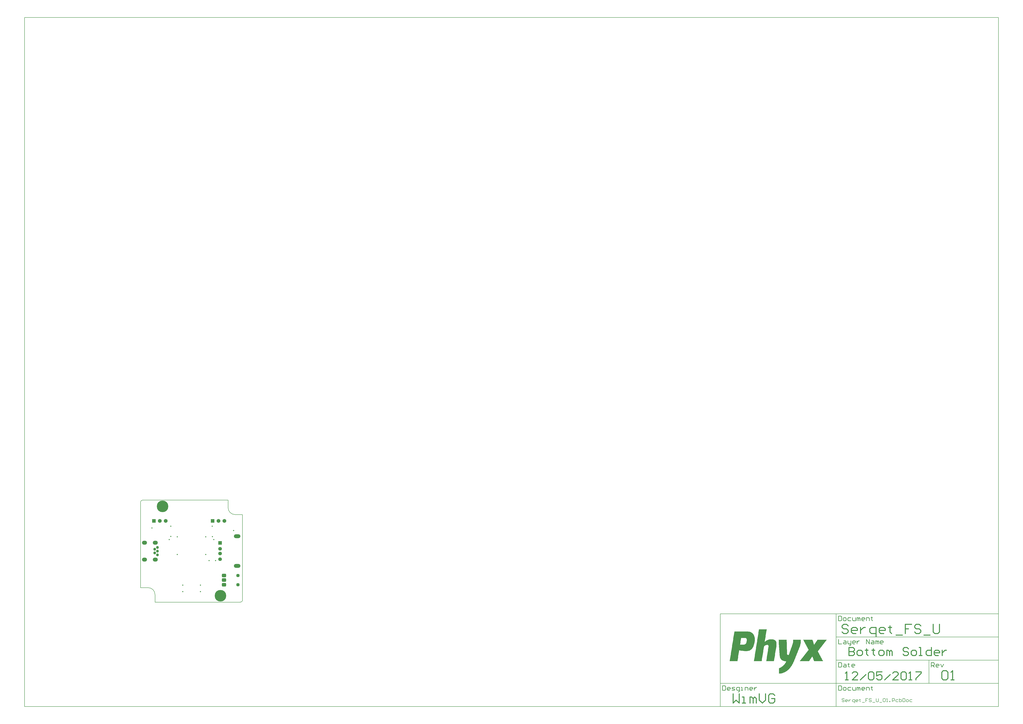
<source format=gbs>
G04 Layer_Color=16711935*
%FSLAX25Y25*%
%MOIN*%
G70*
G01*
G75*
%ADD10C,0.00787*%
%ADD21C,0.01575*%
%ADD22C,0.00591*%
%ADD23C,0.00984*%
%ADD44C,0.19685*%
%ADD45R,0.06496X0.06496*%
%ADD46C,0.06496*%
%ADD47O,0.04591X0.04921*%
%ADD48O,0.08591X0.06591*%
%ADD49O,0.11220X0.06496*%
%ADD50C,0.06181*%
%ADD51R,0.06181X0.06181*%
%ADD52C,0.05709*%
G04:AMPARAMS|DCode=53|XSize=72.83mil|YSize=61.02mil|CornerRadius=16.73mil|HoleSize=0mil|Usage=FLASHONLY|Rotation=180.000|XOffset=0mil|YOffset=0mil|HoleType=Round|Shape=RoundedRectangle|*
%AMROUNDEDRECTD53*
21,1,0.07283,0.02756,0,0,180.0*
21,1,0.03937,0.06102,0,0,180.0*
1,1,0.03347,-0.01968,0.01378*
1,1,0.03347,0.01968,0.01378*
1,1,0.03347,0.01968,-0.01378*
1,1,0.03347,-0.01968,-0.01378*
%
%ADD53ROUNDEDRECTD53*%
%ADD54C,0.01968*%
G36*
X1034465Y-150646D02*
Y-150933D01*
Y-151219D01*
Y-151505D01*
Y-151791D01*
Y-152078D01*
Y-152364D01*
Y-152650D01*
Y-152937D01*
Y-153223D01*
Y-153509D01*
Y-153796D01*
Y-154082D01*
Y-154368D01*
Y-154655D01*
Y-154941D01*
Y-155227D01*
Y-155514D01*
Y-155800D01*
Y-156086D01*
Y-156372D01*
X1034179D01*
Y-156659D01*
Y-156945D01*
Y-157231D01*
Y-157518D01*
Y-157804D01*
X1033893D01*
Y-158090D01*
Y-158377D01*
Y-158663D01*
Y-158949D01*
X1033607D01*
Y-159236D01*
Y-159522D01*
Y-159808D01*
Y-160094D01*
X1033320D01*
Y-160381D01*
Y-160667D01*
Y-160953D01*
X1033034D01*
Y-161240D01*
Y-161526D01*
Y-161812D01*
X1032747D01*
Y-162099D01*
Y-162385D01*
Y-162671D01*
X1032461D01*
Y-162958D01*
Y-163244D01*
Y-163530D01*
X1032175D01*
Y-163816D01*
Y-164103D01*
X1031889D01*
Y-164389D01*
Y-164675D01*
X1031602D01*
Y-164962D01*
Y-165248D01*
Y-165534D01*
X1031316D01*
Y-165821D01*
Y-166107D01*
X1031030D01*
Y-166393D01*
Y-166680D01*
Y-166966D01*
X1030743D01*
Y-167252D01*
Y-167539D01*
X1030457D01*
Y-167825D01*
Y-168111D01*
Y-168398D01*
X1030171D01*
Y-168684D01*
Y-168970D01*
X1029884D01*
Y-169256D01*
Y-169543D01*
Y-169829D01*
X1029598D01*
Y-170115D01*
Y-170402D01*
X1029312D01*
Y-170688D01*
Y-170974D01*
Y-171261D01*
X1029025D01*
Y-171547D01*
Y-171833D01*
X1028739D01*
Y-172120D01*
Y-172406D01*
Y-172692D01*
X1028453D01*
Y-172978D01*
Y-173265D01*
X1028166D01*
Y-173551D01*
Y-173837D01*
Y-174124D01*
X1027880D01*
Y-174410D01*
Y-174696D01*
X1027594D01*
Y-174983D01*
Y-175269D01*
Y-175555D01*
X1027308D01*
Y-175842D01*
Y-176128D01*
X1027021D01*
Y-176414D01*
Y-176701D01*
Y-176987D01*
X1026735D01*
Y-177273D01*
Y-177560D01*
X1026449D01*
Y-177846D01*
Y-178132D01*
Y-178419D01*
X1026162D01*
Y-178705D01*
Y-178991D01*
X1025876D01*
Y-179277D01*
Y-179564D01*
Y-179850D01*
X1025590D01*
Y-180136D01*
Y-180423D01*
X1025303D01*
Y-180709D01*
Y-180995D01*
Y-181282D01*
X1025017D01*
Y-181568D01*
Y-181854D01*
X1024731D01*
Y-182141D01*
Y-182427D01*
Y-182713D01*
X1024444D01*
Y-183000D01*
Y-183286D01*
X1024158D01*
Y-183572D01*
Y-183858D01*
Y-184145D01*
X1023872D01*
Y-184431D01*
Y-184717D01*
X1023586D01*
Y-185004D01*
Y-185290D01*
Y-185576D01*
X1023299D01*
Y-185863D01*
Y-186149D01*
X1023013D01*
Y-186435D01*
Y-186722D01*
Y-187008D01*
X1022727D01*
Y-187294D01*
Y-187581D01*
X1022440D01*
Y-187867D01*
Y-188153D01*
X1022154D01*
Y-188439D01*
Y-188726D01*
X1021868D01*
Y-189012D01*
Y-189298D01*
Y-189585D01*
X1021581D01*
Y-189871D01*
X1021295D01*
Y-190157D01*
Y-190444D01*
Y-190730D01*
X1021009D01*
Y-191016D01*
X1020722D01*
Y-191303D01*
Y-191589D01*
X1020436D01*
Y-191875D01*
Y-192162D01*
X1020150D01*
Y-192448D01*
Y-192734D01*
X1019864D01*
Y-193020D01*
Y-193307D01*
X1019577D01*
Y-193593D01*
X1019291D01*
Y-193879D01*
Y-194166D01*
X1019005D01*
Y-194452D01*
Y-194738D01*
X1018718D01*
Y-195025D01*
X1018432D01*
Y-195311D01*
X1018146D01*
Y-195597D01*
Y-195884D01*
X1017859D01*
Y-196170D01*
X1017573D01*
Y-196456D01*
Y-196742D01*
X1017287D01*
Y-197029D01*
X1017000D01*
Y-197315D01*
X1016714D01*
Y-197601D01*
Y-197888D01*
X1016428D01*
Y-198174D01*
X1016141D01*
Y-198460D01*
X1015855D01*
Y-198747D01*
X1015569D01*
Y-199033D01*
X1015283D01*
Y-199319D01*
Y-199606D01*
X1014996D01*
Y-199892D01*
X1014710D01*
Y-200178D01*
X1014423D01*
Y-200465D01*
X1014137D01*
Y-200751D01*
X1013851D01*
Y-201037D01*
X1013565D01*
Y-201324D01*
X1013278D01*
Y-201610D01*
X1012706D01*
Y-201896D01*
X1012419D01*
Y-202183D01*
X1012133D01*
Y-202469D01*
X1011847D01*
Y-202755D01*
X1011560D01*
Y-203041D01*
X1010988D01*
Y-203328D01*
X1010701D01*
Y-203614D01*
X1010129D01*
Y-203900D01*
X1009842D01*
Y-204187D01*
X1009270D01*
Y-204473D01*
X1008984D01*
Y-204759D01*
X1008411D01*
Y-205046D01*
X1007838D01*
Y-205332D01*
X1007266D01*
Y-205618D01*
X1006693D01*
Y-205905D01*
X1006120D01*
Y-206191D01*
X1005262D01*
Y-206477D01*
X1004689D01*
Y-206764D01*
X1003830D01*
Y-207050D01*
X1002685D01*
Y-207336D01*
X1001539D01*
Y-207622D01*
X999822D01*
Y-207909D01*
X997817D01*
Y-208195D01*
X997531D01*
Y-207909D01*
Y-207622D01*
Y-207336D01*
Y-207050D01*
Y-206764D01*
Y-206477D01*
Y-206191D01*
Y-205905D01*
Y-205618D01*
Y-205332D01*
Y-205046D01*
Y-204759D01*
Y-204473D01*
Y-204187D01*
Y-203900D01*
Y-203614D01*
Y-203328D01*
Y-203041D01*
Y-202755D01*
Y-202469D01*
Y-202183D01*
Y-201896D01*
Y-201610D01*
Y-201324D01*
Y-201037D01*
Y-200751D01*
Y-200465D01*
Y-200178D01*
Y-199892D01*
Y-199606D01*
Y-199319D01*
Y-199033D01*
Y-198747D01*
X998104D01*
Y-198460D01*
X998676D01*
Y-198174D01*
X999249D01*
Y-197888D01*
X999822D01*
Y-197601D01*
X1000394D01*
Y-197315D01*
X1000967D01*
Y-197029D01*
X1001253D01*
Y-196742D01*
X1001826D01*
Y-196456D01*
X1002112D01*
Y-196170D01*
X1002685D01*
Y-195884D01*
X1002971D01*
Y-195597D01*
X1003257D01*
Y-195311D01*
X1003830D01*
Y-195025D01*
X1004116D01*
Y-194738D01*
X1004403D01*
Y-194452D01*
X1004689D01*
Y-194166D01*
X1004975D01*
Y-193879D01*
X1005262D01*
Y-193593D01*
X1005548D01*
Y-193307D01*
X1005834D01*
Y-193020D01*
X1006120D01*
Y-192734D01*
X1006407D01*
Y-192448D01*
X1006693D01*
Y-192162D01*
X1006979D01*
Y-191875D01*
Y-191589D01*
X1007266D01*
Y-191303D01*
X1007552D01*
Y-191016D01*
X1007838D01*
Y-190730D01*
Y-190444D01*
X1008125D01*
Y-190157D01*
X1008411D01*
Y-189871D01*
Y-189585D01*
X1008697D01*
Y-189298D01*
Y-189012D01*
X1008984D01*
Y-188726D01*
X1009270D01*
Y-188439D01*
Y-188153D01*
X1009556D01*
Y-187867D01*
Y-187581D01*
X1009842D01*
Y-187294D01*
Y-187008D01*
X1008125D01*
Y-186722D01*
X1006120D01*
Y-186435D01*
X1004975D01*
Y-186149D01*
X1004403D01*
Y-185863D01*
X1003544D01*
Y-185576D01*
X1002971D01*
Y-185290D01*
X1002685D01*
Y-185004D01*
X1002112D01*
Y-184717D01*
X1001826D01*
Y-184431D01*
X1001539D01*
Y-184145D01*
X1001253D01*
Y-183858D01*
X1000967D01*
Y-183572D01*
X1000681D01*
Y-183286D01*
Y-183000D01*
X1000394D01*
Y-182713D01*
X1000108D01*
Y-182427D01*
Y-182141D01*
X999822D01*
Y-181854D01*
Y-181568D01*
X999535D01*
Y-181282D01*
Y-180995D01*
X999249D01*
Y-180709D01*
Y-180423D01*
Y-180136D01*
X998963D01*
Y-179850D01*
Y-179564D01*
Y-179277D01*
Y-178991D01*
X998676D01*
Y-178705D01*
Y-178419D01*
Y-178132D01*
Y-177846D01*
Y-177560D01*
Y-177273D01*
Y-176987D01*
X998390D01*
Y-176701D01*
Y-176414D01*
Y-176128D01*
Y-175842D01*
Y-175555D01*
Y-175269D01*
Y-174983D01*
Y-174696D01*
Y-174410D01*
Y-174124D01*
Y-173837D01*
Y-173551D01*
Y-173265D01*
Y-172978D01*
Y-172692D01*
X998104D01*
Y-172406D01*
Y-172120D01*
Y-171833D01*
Y-171547D01*
Y-171261D01*
Y-170974D01*
Y-170688D01*
Y-170402D01*
Y-170115D01*
Y-169829D01*
Y-169543D01*
Y-169256D01*
Y-168970D01*
Y-168684D01*
Y-168398D01*
X997817D01*
Y-168111D01*
Y-167825D01*
Y-167539D01*
Y-167252D01*
Y-166966D01*
Y-166680D01*
Y-166393D01*
Y-166107D01*
Y-165821D01*
Y-165534D01*
Y-165248D01*
Y-164962D01*
Y-164675D01*
Y-164389D01*
Y-164103D01*
Y-163816D01*
X997531D01*
Y-163530D01*
Y-163244D01*
Y-162958D01*
Y-162671D01*
Y-162385D01*
Y-162099D01*
Y-161812D01*
Y-161526D01*
Y-161240D01*
Y-160953D01*
Y-160667D01*
Y-160381D01*
Y-160094D01*
Y-159808D01*
Y-159522D01*
Y-159236D01*
X997245D01*
Y-158949D01*
Y-158663D01*
Y-158377D01*
Y-158090D01*
Y-157804D01*
Y-157518D01*
Y-157231D01*
Y-156945D01*
Y-156659D01*
Y-156372D01*
Y-156086D01*
Y-155800D01*
Y-155514D01*
Y-155227D01*
X996958D01*
Y-154941D01*
Y-154655D01*
Y-154368D01*
Y-154082D01*
Y-153796D01*
Y-153509D01*
Y-153223D01*
Y-152937D01*
Y-152650D01*
Y-152364D01*
Y-152078D01*
Y-151791D01*
Y-151505D01*
Y-151219D01*
Y-150933D01*
Y-150646D01*
X996672D01*
Y-150360D01*
X1010415D01*
Y-150646D01*
Y-150933D01*
Y-151219D01*
Y-151505D01*
Y-151791D01*
Y-152078D01*
Y-152364D01*
Y-152650D01*
Y-152937D01*
Y-153223D01*
Y-153509D01*
Y-153796D01*
Y-154082D01*
Y-154368D01*
X1010701D01*
Y-154655D01*
Y-154941D01*
Y-155227D01*
Y-155514D01*
Y-155800D01*
Y-156086D01*
Y-156372D01*
Y-156659D01*
Y-156945D01*
Y-157231D01*
Y-157518D01*
Y-157804D01*
Y-158090D01*
Y-158377D01*
Y-158663D01*
Y-158949D01*
Y-159236D01*
Y-159522D01*
Y-159808D01*
Y-160094D01*
Y-160381D01*
Y-160667D01*
Y-160953D01*
Y-161240D01*
Y-161526D01*
Y-161812D01*
Y-162099D01*
Y-162385D01*
Y-162671D01*
Y-162958D01*
Y-163244D01*
Y-163530D01*
Y-163816D01*
Y-164103D01*
Y-164389D01*
Y-164675D01*
Y-164962D01*
Y-165248D01*
Y-165534D01*
Y-165821D01*
Y-166107D01*
X1010988D01*
Y-166393D01*
X1010701D01*
Y-166680D01*
Y-166966D01*
X1010988D01*
Y-167252D01*
Y-167539D01*
Y-167825D01*
Y-168111D01*
Y-168398D01*
Y-168684D01*
Y-168970D01*
Y-169256D01*
Y-169543D01*
Y-169829D01*
Y-170115D01*
Y-170402D01*
Y-170688D01*
Y-170974D01*
Y-171261D01*
Y-171547D01*
Y-171833D01*
Y-172120D01*
Y-172406D01*
Y-172692D01*
Y-172978D01*
Y-173265D01*
Y-173551D01*
Y-173837D01*
Y-174124D01*
Y-174410D01*
X1011274D01*
Y-174696D01*
Y-174983D01*
Y-175269D01*
X1011560D01*
Y-175555D01*
X1011847D01*
Y-175842D01*
X1012133D01*
Y-176128D01*
X1012992D01*
Y-176414D01*
X1013851D01*
Y-176128D01*
X1014137D01*
Y-175842D01*
Y-175555D01*
Y-175269D01*
X1014423D01*
Y-174983D01*
Y-174696D01*
X1014710D01*
Y-174410D01*
Y-174124D01*
Y-173837D01*
X1014996D01*
Y-173551D01*
Y-173265D01*
Y-172978D01*
X1015283D01*
Y-172692D01*
Y-172406D01*
Y-172120D01*
X1015569D01*
Y-171833D01*
Y-171547D01*
Y-171261D01*
X1015855D01*
Y-170974D01*
Y-170688D01*
X1016141D01*
Y-170402D01*
Y-170115D01*
Y-169829D01*
X1016428D01*
Y-169543D01*
Y-169256D01*
Y-168970D01*
X1016714D01*
Y-168684D01*
Y-168398D01*
Y-168111D01*
X1017000D01*
Y-167825D01*
Y-167539D01*
X1017287D01*
Y-167252D01*
Y-166966D01*
Y-166680D01*
X1017573D01*
Y-166393D01*
Y-166107D01*
Y-165821D01*
X1017859D01*
Y-165534D01*
Y-165248D01*
Y-164962D01*
X1018146D01*
Y-164675D01*
Y-164389D01*
X1018432D01*
Y-164103D01*
Y-163816D01*
Y-163530D01*
X1018718D01*
Y-163244D01*
Y-162958D01*
Y-162671D01*
X1019005D01*
Y-162385D01*
Y-162099D01*
Y-161812D01*
X1019291D01*
Y-161526D01*
Y-161240D01*
X1019577D01*
Y-160953D01*
Y-160667D01*
Y-160381D01*
X1019864D01*
Y-160094D01*
Y-159808D01*
Y-159522D01*
X1020150D01*
Y-159236D01*
Y-158949D01*
Y-158663D01*
X1020436D01*
Y-158377D01*
Y-158090D01*
Y-157804D01*
Y-157518D01*
X1020722D01*
Y-157231D01*
Y-156945D01*
Y-156659D01*
Y-156372D01*
X1021009D01*
Y-156086D01*
Y-155800D01*
Y-155514D01*
Y-155227D01*
Y-154941D01*
X1021295D01*
Y-154655D01*
Y-154368D01*
Y-154082D01*
Y-153796D01*
Y-153509D01*
Y-153223D01*
X1021581D01*
Y-152937D01*
Y-152650D01*
Y-152364D01*
Y-152078D01*
Y-151791D01*
Y-151505D01*
Y-151219D01*
Y-150933D01*
Y-150646D01*
Y-150360D01*
X1034465D01*
Y-150646D01*
D02*
G37*
G36*
X976630Y-133181D02*
Y-133467D01*
X976344D01*
Y-133754D01*
Y-134040D01*
Y-134326D01*
Y-134613D01*
Y-134899D01*
Y-135185D01*
X976058D01*
Y-135472D01*
Y-135758D01*
Y-136044D01*
Y-136330D01*
Y-136617D01*
Y-136903D01*
X975771D01*
Y-137189D01*
Y-137476D01*
Y-137762D01*
Y-138048D01*
Y-138335D01*
Y-138621D01*
Y-138907D01*
X975485D01*
Y-139194D01*
Y-139480D01*
Y-139766D01*
Y-140053D01*
Y-140339D01*
Y-140625D01*
X975199D01*
Y-140911D01*
Y-141198D01*
Y-141484D01*
Y-141771D01*
Y-142057D01*
Y-142343D01*
X974912D01*
Y-142629D01*
Y-142916D01*
Y-143202D01*
Y-143488D01*
Y-143775D01*
Y-144061D01*
Y-144347D01*
X974626D01*
Y-144634D01*
Y-144920D01*
Y-145206D01*
Y-145492D01*
Y-145779D01*
Y-146065D01*
X974340D01*
Y-146352D01*
Y-146638D01*
Y-146924D01*
Y-147210D01*
Y-147497D01*
Y-147783D01*
X974053D01*
Y-148069D01*
Y-148356D01*
Y-148642D01*
Y-148928D01*
Y-149215D01*
Y-149501D01*
X973767D01*
Y-149787D01*
Y-150074D01*
Y-150360D01*
Y-150646D01*
Y-150933D01*
Y-151219D01*
Y-151505D01*
X973481D01*
Y-151791D01*
Y-152078D01*
Y-152364D01*
Y-152650D01*
Y-152937D01*
Y-153223D01*
X973195D01*
Y-153509D01*
Y-153796D01*
X973767D01*
Y-153509D01*
X974053D01*
Y-153223D01*
X974340D01*
Y-152937D01*
X974912D01*
Y-152650D01*
X975199D01*
Y-152364D01*
X975485D01*
Y-152078D01*
X976058D01*
Y-151791D01*
X976630D01*
Y-151505D01*
X976917D01*
Y-151219D01*
X977489D01*
Y-150933D01*
X978348D01*
Y-150646D01*
X978921D01*
Y-150360D01*
X979780D01*
Y-150074D01*
X981211D01*
Y-149787D01*
X987510D01*
Y-150074D01*
X988655D01*
Y-150360D01*
X989514D01*
Y-150646D01*
X990087D01*
Y-150933D01*
X990373D01*
Y-151219D01*
X990946D01*
Y-151505D01*
X991232D01*
Y-151791D01*
X991518D01*
Y-152078D01*
X991805D01*
Y-152364D01*
X992091D01*
Y-152650D01*
Y-152937D01*
X992377D01*
Y-153223D01*
Y-153509D01*
X992664D01*
Y-153796D01*
Y-154082D01*
Y-154368D01*
X992950D01*
Y-154655D01*
Y-154941D01*
Y-155227D01*
Y-155514D01*
X993236D01*
Y-155800D01*
Y-156086D01*
Y-156372D01*
Y-156659D01*
Y-156945D01*
Y-157231D01*
Y-157518D01*
Y-157804D01*
Y-158090D01*
Y-158377D01*
Y-158663D01*
Y-158949D01*
Y-159236D01*
Y-159522D01*
Y-159808D01*
Y-160094D01*
Y-160381D01*
Y-160667D01*
X992950D01*
Y-160953D01*
Y-161240D01*
Y-161526D01*
Y-161812D01*
Y-162099D01*
Y-162385D01*
Y-162671D01*
X992664D01*
Y-162958D01*
Y-163244D01*
Y-163530D01*
Y-163816D01*
Y-164103D01*
Y-164389D01*
Y-164675D01*
X992377D01*
Y-164962D01*
Y-165248D01*
Y-165534D01*
Y-165821D01*
Y-166107D01*
Y-166393D01*
X992091D01*
Y-166680D01*
Y-166966D01*
Y-167252D01*
Y-167539D01*
Y-167825D01*
Y-168111D01*
X991805D01*
Y-168398D01*
Y-168684D01*
Y-168970D01*
Y-169256D01*
Y-169543D01*
Y-169829D01*
X991518D01*
Y-170115D01*
Y-170402D01*
Y-170688D01*
Y-170974D01*
Y-171261D01*
Y-171547D01*
Y-171833D01*
X991232D01*
Y-172120D01*
Y-172406D01*
Y-172692D01*
Y-172978D01*
Y-173265D01*
Y-173551D01*
X990946D01*
Y-173837D01*
Y-174124D01*
Y-174410D01*
Y-174696D01*
Y-174983D01*
Y-175269D01*
X990660D01*
Y-175555D01*
Y-175842D01*
Y-176128D01*
Y-176414D01*
Y-176701D01*
Y-176987D01*
Y-177273D01*
X990373D01*
Y-177560D01*
Y-177846D01*
Y-178132D01*
Y-178419D01*
Y-178705D01*
Y-178991D01*
X990087D01*
Y-179277D01*
Y-179564D01*
Y-179850D01*
Y-180136D01*
Y-180423D01*
Y-180709D01*
X989801D01*
Y-180995D01*
Y-181282D01*
Y-181568D01*
Y-181854D01*
Y-182141D01*
Y-182427D01*
X989514D01*
Y-182713D01*
Y-183000D01*
Y-183286D01*
Y-183572D01*
Y-183858D01*
Y-184145D01*
Y-184431D01*
X989228D01*
Y-184717D01*
Y-185004D01*
Y-185290D01*
Y-185576D01*
Y-185863D01*
Y-186149D01*
X988942D01*
Y-186435D01*
Y-186722D01*
X975771D01*
Y-186435D01*
Y-186149D01*
X976058D01*
Y-185863D01*
Y-185576D01*
Y-185290D01*
Y-185004D01*
Y-184717D01*
Y-184431D01*
X976344D01*
Y-184145D01*
Y-183858D01*
Y-183572D01*
Y-183286D01*
Y-183000D01*
Y-182713D01*
Y-182427D01*
X976630D01*
Y-182141D01*
Y-181854D01*
Y-181568D01*
Y-181282D01*
Y-180995D01*
Y-180709D01*
X976917D01*
Y-180423D01*
Y-180136D01*
Y-179850D01*
Y-179564D01*
Y-179277D01*
Y-178991D01*
X977203D01*
Y-178705D01*
Y-178419D01*
Y-178132D01*
Y-177846D01*
Y-177560D01*
Y-177273D01*
Y-176987D01*
X977489D01*
Y-176701D01*
Y-176414D01*
Y-176128D01*
Y-175842D01*
Y-175555D01*
Y-175269D01*
X977775D01*
Y-174983D01*
Y-174696D01*
Y-174410D01*
Y-174124D01*
Y-173837D01*
Y-173551D01*
Y-173265D01*
X978062D01*
Y-172978D01*
Y-172692D01*
Y-172406D01*
Y-172120D01*
Y-171833D01*
Y-171547D01*
X978348D01*
Y-171261D01*
Y-170974D01*
Y-170688D01*
Y-170402D01*
Y-170115D01*
Y-169829D01*
X978634D01*
Y-169543D01*
Y-169256D01*
Y-168970D01*
Y-168684D01*
Y-168398D01*
Y-168111D01*
X978921D01*
Y-167825D01*
Y-167539D01*
Y-167252D01*
Y-166966D01*
Y-166680D01*
Y-166393D01*
Y-166107D01*
X979207D01*
Y-165821D01*
Y-165534D01*
Y-165248D01*
Y-164962D01*
Y-164675D01*
Y-164389D01*
X979493D01*
Y-164103D01*
Y-163816D01*
Y-163530D01*
Y-163244D01*
Y-162958D01*
Y-162671D01*
Y-162385D01*
X979780D01*
Y-162099D01*
Y-161812D01*
Y-161526D01*
Y-161240D01*
Y-160953D01*
Y-160667D01*
X979493D01*
Y-160381D01*
Y-160094D01*
X979207D01*
Y-159808D01*
X978921D01*
Y-159522D01*
X978348D01*
Y-159236D01*
X976630D01*
Y-159522D01*
X975199D01*
Y-159808D01*
X974340D01*
Y-160094D01*
X973767D01*
Y-160381D01*
X973481D01*
Y-160667D01*
X972908D01*
Y-160953D01*
X972622D01*
Y-161240D01*
X972336D01*
Y-161526D01*
Y-161812D01*
X972049D01*
Y-162099D01*
Y-162385D01*
Y-162671D01*
X971763D01*
Y-162958D01*
Y-163244D01*
Y-163530D01*
Y-163816D01*
Y-164103D01*
Y-164389D01*
X971477D01*
Y-164675D01*
Y-164962D01*
Y-165248D01*
Y-165534D01*
Y-165821D01*
Y-166107D01*
Y-166393D01*
X971190D01*
Y-166680D01*
Y-166966D01*
Y-167252D01*
Y-167539D01*
Y-167825D01*
Y-168111D01*
X970904D01*
Y-168398D01*
Y-168684D01*
Y-168970D01*
Y-169256D01*
Y-169543D01*
Y-169829D01*
X970618D01*
Y-170115D01*
Y-170402D01*
Y-170688D01*
Y-170974D01*
Y-171261D01*
Y-171547D01*
X970331D01*
Y-171833D01*
Y-172120D01*
Y-172406D01*
Y-172692D01*
Y-172978D01*
Y-173265D01*
Y-173551D01*
X970045D01*
Y-173837D01*
Y-174124D01*
Y-174410D01*
Y-174696D01*
Y-174983D01*
Y-175269D01*
X969759D01*
Y-175555D01*
Y-175842D01*
Y-176128D01*
Y-176414D01*
Y-176701D01*
Y-176987D01*
X969472D01*
Y-177273D01*
Y-177560D01*
Y-177846D01*
Y-178132D01*
Y-178419D01*
Y-178705D01*
Y-178991D01*
X969186D01*
Y-179277D01*
Y-179564D01*
Y-179850D01*
Y-180136D01*
Y-180423D01*
Y-180709D01*
X968900D01*
Y-180995D01*
Y-181282D01*
Y-181568D01*
Y-181854D01*
Y-182141D01*
Y-182427D01*
X968614D01*
Y-182713D01*
Y-183000D01*
Y-183286D01*
Y-183572D01*
Y-183858D01*
Y-184145D01*
X968327D01*
Y-184431D01*
Y-184717D01*
Y-185004D01*
Y-185290D01*
Y-185576D01*
Y-185863D01*
Y-186149D01*
X968041D01*
Y-186435D01*
Y-186722D01*
X954870D01*
Y-186435D01*
Y-186149D01*
X955157D01*
Y-185863D01*
Y-185576D01*
Y-185290D01*
Y-185004D01*
Y-184717D01*
Y-184431D01*
Y-184145D01*
X955443D01*
Y-183858D01*
Y-183572D01*
Y-183286D01*
Y-183000D01*
Y-182713D01*
Y-182427D01*
X955729D01*
Y-182141D01*
Y-181854D01*
Y-181568D01*
Y-181282D01*
Y-180995D01*
Y-180709D01*
X956016D01*
Y-180423D01*
Y-180136D01*
Y-179850D01*
Y-179564D01*
Y-179277D01*
Y-178991D01*
Y-178705D01*
X956302D01*
Y-178419D01*
Y-178132D01*
Y-177846D01*
Y-177560D01*
Y-177273D01*
Y-176987D01*
X956588D01*
Y-176701D01*
Y-176414D01*
Y-176128D01*
Y-175842D01*
Y-175555D01*
Y-175269D01*
X956875D01*
Y-174983D01*
Y-174696D01*
Y-174410D01*
Y-174124D01*
Y-173837D01*
Y-173551D01*
X957161D01*
Y-173265D01*
Y-172978D01*
Y-172692D01*
Y-172406D01*
Y-172120D01*
Y-171833D01*
Y-171547D01*
X957447D01*
Y-171261D01*
Y-170974D01*
Y-170688D01*
Y-170402D01*
Y-170115D01*
Y-169829D01*
X957734D01*
Y-169543D01*
Y-169256D01*
Y-168970D01*
Y-168684D01*
Y-168398D01*
Y-168111D01*
X958020D01*
Y-167825D01*
Y-167539D01*
Y-167252D01*
Y-166966D01*
Y-166680D01*
Y-166393D01*
Y-166107D01*
X958306D01*
Y-165821D01*
Y-165534D01*
Y-165248D01*
Y-164962D01*
Y-164675D01*
Y-164389D01*
X958593D01*
Y-164103D01*
Y-163816D01*
Y-163530D01*
Y-163244D01*
Y-162958D01*
Y-162671D01*
X958879D01*
Y-162385D01*
Y-162099D01*
Y-161812D01*
Y-161526D01*
Y-161240D01*
Y-160953D01*
X959165D01*
Y-160667D01*
Y-160381D01*
Y-160094D01*
Y-159808D01*
Y-159522D01*
Y-159236D01*
Y-158949D01*
X959451D01*
Y-158663D01*
Y-158377D01*
Y-158090D01*
Y-157804D01*
Y-157518D01*
Y-157231D01*
X959738D01*
Y-156945D01*
Y-156659D01*
Y-156372D01*
Y-156086D01*
Y-155800D01*
Y-155514D01*
X960024D01*
Y-155227D01*
Y-154941D01*
Y-154655D01*
Y-154368D01*
Y-154082D01*
Y-153796D01*
X960310D01*
Y-153509D01*
Y-153223D01*
Y-152937D01*
Y-152650D01*
Y-152364D01*
Y-152078D01*
Y-151791D01*
X960597D01*
Y-151505D01*
Y-151219D01*
Y-150933D01*
Y-150646D01*
Y-150360D01*
Y-150074D01*
X960883D01*
Y-149787D01*
Y-149501D01*
Y-149215D01*
Y-148928D01*
Y-148642D01*
Y-148356D01*
X961169D01*
Y-148069D01*
Y-147783D01*
Y-147497D01*
Y-147210D01*
Y-146924D01*
Y-146638D01*
Y-146352D01*
X961456D01*
Y-146065D01*
Y-145779D01*
Y-145492D01*
Y-145206D01*
Y-144920D01*
Y-144634D01*
X961742D01*
Y-144347D01*
Y-144061D01*
Y-143775D01*
Y-143488D01*
Y-143202D01*
Y-142916D01*
X962028D01*
Y-142629D01*
Y-142343D01*
Y-142057D01*
Y-141771D01*
Y-141484D01*
Y-141198D01*
X962315D01*
Y-140911D01*
Y-140625D01*
Y-140339D01*
Y-140053D01*
Y-139766D01*
Y-139480D01*
Y-139194D01*
X962601D01*
Y-138907D01*
Y-138621D01*
Y-138335D01*
Y-138048D01*
Y-137762D01*
Y-137476D01*
X962887D01*
Y-137189D01*
Y-136903D01*
Y-136617D01*
Y-136330D01*
Y-136044D01*
Y-135758D01*
X963173D01*
Y-135472D01*
Y-135185D01*
Y-134899D01*
Y-134613D01*
Y-134326D01*
Y-134040D01*
Y-133754D01*
X963460D01*
Y-133467D01*
Y-133181D01*
Y-132895D01*
X976630D01*
Y-133181D01*
D02*
G37*
G36*
X945422Y-136617D02*
X947140D01*
Y-136903D01*
X947999D01*
Y-137189D01*
X948858D01*
Y-137476D01*
X949717D01*
Y-137762D01*
X950289D01*
Y-138048D01*
X950576D01*
Y-138335D01*
X951148D01*
Y-138621D01*
X951435D01*
Y-138907D01*
X952007D01*
Y-139194D01*
X952294D01*
Y-139480D01*
X952580D01*
Y-139766D01*
X952866D01*
Y-140053D01*
X953153D01*
Y-140339D01*
X953439D01*
Y-140625D01*
X953725D01*
Y-140911D01*
Y-141198D01*
X954012D01*
Y-141484D01*
X954298D01*
Y-141771D01*
Y-142057D01*
X954584D01*
Y-142343D01*
X954870D01*
Y-142629D01*
Y-142916D01*
X955157D01*
Y-143202D01*
Y-143488D01*
Y-143775D01*
X955443D01*
Y-144061D01*
Y-144347D01*
Y-144634D01*
X955729D01*
Y-144920D01*
Y-145206D01*
Y-145492D01*
Y-145779D01*
X956016D01*
Y-146065D01*
Y-146352D01*
Y-146638D01*
Y-146924D01*
Y-147210D01*
X956302D01*
Y-147497D01*
Y-147783D01*
Y-148069D01*
Y-148356D01*
Y-148642D01*
Y-148928D01*
Y-149215D01*
Y-149501D01*
Y-149787D01*
Y-150074D01*
Y-150360D01*
Y-150646D01*
Y-150933D01*
Y-151219D01*
Y-151505D01*
Y-151791D01*
Y-152078D01*
Y-152364D01*
Y-152650D01*
Y-152937D01*
X956016D01*
Y-153223D01*
Y-153509D01*
Y-153796D01*
Y-154082D01*
Y-154368D01*
Y-154655D01*
Y-154941D01*
X955729D01*
Y-155227D01*
Y-155514D01*
Y-155800D01*
Y-156086D01*
Y-156372D01*
X955443D01*
Y-156659D01*
Y-156945D01*
Y-157231D01*
Y-157518D01*
Y-157804D01*
X955157D01*
Y-158090D01*
Y-158377D01*
Y-158663D01*
X954870D01*
Y-158949D01*
Y-159236D01*
Y-159522D01*
Y-159808D01*
X954584D01*
Y-160094D01*
Y-160381D01*
Y-160667D01*
X954298D01*
Y-160953D01*
Y-161240D01*
X954012D01*
Y-161526D01*
Y-161812D01*
Y-162099D01*
X953725D01*
Y-162385D01*
Y-162671D01*
X953439D01*
Y-162958D01*
Y-163244D01*
X953153D01*
Y-163530D01*
Y-163816D01*
X952866D01*
Y-164103D01*
X952580D01*
Y-164389D01*
Y-164675D01*
X952294D01*
Y-164962D01*
X952007D01*
Y-165248D01*
X951721D01*
Y-165534D01*
Y-165821D01*
X951435D01*
Y-166107D01*
X951148D01*
Y-166393D01*
X950862D01*
Y-166680D01*
X950576D01*
Y-166966D01*
X950289D01*
Y-167252D01*
X949717D01*
Y-167539D01*
X949430D01*
Y-167825D01*
X948858D01*
Y-168111D01*
X948572D01*
Y-168398D01*
X947999D01*
Y-168684D01*
X947140D01*
Y-168970D01*
X946281D01*
Y-169256D01*
X945422D01*
Y-169543D01*
X943704D01*
Y-169829D01*
X938551D01*
Y-169543D01*
X935974D01*
Y-169256D01*
X933970D01*
Y-168970D01*
X932538D01*
Y-168684D01*
X931106D01*
Y-168398D01*
X929675D01*
Y-168684D01*
Y-168970D01*
Y-169256D01*
Y-169543D01*
Y-169829D01*
Y-170115D01*
Y-170402D01*
X929389D01*
Y-170688D01*
Y-170974D01*
Y-171261D01*
Y-171547D01*
Y-171833D01*
Y-172120D01*
X929102D01*
Y-172406D01*
Y-172692D01*
Y-172978D01*
Y-173265D01*
Y-173551D01*
Y-173837D01*
X928816D01*
Y-174124D01*
Y-174410D01*
Y-174696D01*
Y-174983D01*
Y-175269D01*
Y-175555D01*
Y-175842D01*
X928530D01*
Y-176128D01*
Y-176414D01*
Y-176701D01*
Y-176987D01*
Y-177273D01*
Y-177560D01*
X928243D01*
Y-177846D01*
Y-178132D01*
Y-178419D01*
Y-178705D01*
Y-178991D01*
Y-179277D01*
X927957D01*
Y-179564D01*
Y-179850D01*
Y-180136D01*
Y-180423D01*
Y-180709D01*
Y-180995D01*
Y-181282D01*
X927671D01*
Y-181568D01*
Y-181854D01*
Y-182141D01*
Y-182427D01*
Y-182713D01*
Y-183000D01*
X927384D01*
Y-183286D01*
Y-183572D01*
Y-183858D01*
Y-184145D01*
Y-184431D01*
Y-184717D01*
X927098D01*
Y-185004D01*
Y-185290D01*
Y-185576D01*
Y-185863D01*
Y-186149D01*
Y-186435D01*
Y-186722D01*
X913641D01*
Y-186435D01*
X913928D01*
Y-186149D01*
Y-185863D01*
Y-185576D01*
Y-185290D01*
Y-185004D01*
X914214D01*
Y-184717D01*
Y-184431D01*
Y-184145D01*
Y-183858D01*
Y-183572D01*
Y-183286D01*
Y-183000D01*
X914500D01*
Y-182713D01*
Y-182427D01*
Y-182141D01*
Y-181854D01*
Y-181568D01*
Y-181282D01*
X914787D01*
Y-180995D01*
Y-180709D01*
Y-180423D01*
Y-180136D01*
Y-179850D01*
Y-179564D01*
X915073D01*
Y-179277D01*
Y-178991D01*
Y-178705D01*
Y-178419D01*
Y-178132D01*
Y-177846D01*
Y-177560D01*
X915359D01*
Y-177273D01*
Y-176987D01*
Y-176701D01*
Y-176414D01*
Y-176128D01*
Y-175842D01*
X915646D01*
Y-175555D01*
Y-175269D01*
Y-174983D01*
Y-174696D01*
Y-174410D01*
Y-174124D01*
X915932D01*
Y-173837D01*
Y-173551D01*
Y-173265D01*
Y-172978D01*
Y-172692D01*
Y-172406D01*
X916218D01*
Y-172120D01*
Y-171833D01*
Y-171547D01*
Y-171261D01*
Y-170974D01*
Y-170688D01*
Y-170402D01*
X916504D01*
Y-170115D01*
Y-169829D01*
Y-169543D01*
Y-169256D01*
Y-168970D01*
Y-168684D01*
X916791D01*
Y-168398D01*
Y-168111D01*
Y-167825D01*
Y-167539D01*
Y-167252D01*
Y-166966D01*
X917077D01*
Y-166680D01*
Y-166393D01*
Y-166107D01*
Y-165821D01*
Y-165534D01*
Y-165248D01*
X917363D01*
Y-164962D01*
Y-164675D01*
Y-164389D01*
Y-164103D01*
Y-163816D01*
Y-163530D01*
Y-163244D01*
X917650D01*
Y-162958D01*
Y-162671D01*
Y-162385D01*
Y-162099D01*
Y-161812D01*
Y-161526D01*
X917936D01*
Y-161240D01*
Y-160953D01*
Y-160667D01*
Y-160381D01*
Y-160094D01*
Y-159808D01*
X918222D01*
Y-159522D01*
Y-159236D01*
Y-158949D01*
Y-158663D01*
Y-158377D01*
Y-158090D01*
Y-157804D01*
X918509D01*
Y-157518D01*
Y-157231D01*
Y-156945D01*
Y-156659D01*
Y-156372D01*
Y-156086D01*
X918795D01*
Y-155800D01*
Y-155514D01*
Y-155227D01*
Y-154941D01*
Y-154655D01*
Y-154368D01*
X919081D01*
Y-154082D01*
Y-153796D01*
Y-153509D01*
Y-153223D01*
Y-152937D01*
Y-152650D01*
X919368D01*
Y-152364D01*
Y-152078D01*
Y-151791D01*
Y-151505D01*
Y-151219D01*
Y-150933D01*
Y-150646D01*
X919654D01*
Y-150360D01*
Y-150074D01*
Y-149787D01*
Y-149501D01*
Y-149215D01*
Y-148928D01*
X919940D01*
Y-148642D01*
Y-148356D01*
Y-148069D01*
Y-147783D01*
Y-147497D01*
Y-147210D01*
X920227D01*
Y-146924D01*
Y-146638D01*
Y-146352D01*
Y-146065D01*
Y-145779D01*
Y-145492D01*
Y-145206D01*
X920513D01*
Y-144920D01*
Y-144634D01*
Y-144347D01*
Y-144061D01*
Y-143775D01*
Y-143488D01*
X920799D01*
Y-143202D01*
Y-142916D01*
Y-142629D01*
Y-142343D01*
Y-142057D01*
Y-141771D01*
X921085D01*
Y-141484D01*
Y-141198D01*
Y-140911D01*
Y-140625D01*
Y-140339D01*
Y-140053D01*
Y-139766D01*
X921372D01*
Y-139480D01*
Y-139194D01*
Y-138907D01*
Y-138621D01*
Y-138335D01*
Y-138048D01*
X921658D01*
Y-137762D01*
Y-137476D01*
Y-137189D01*
Y-136903D01*
Y-136617D01*
Y-136330D01*
X945422D01*
Y-136617D01*
D02*
G37*
G36*
X1078558Y-150646D02*
X1078271D01*
Y-150933D01*
X1077985D01*
Y-151219D01*
Y-151505D01*
X1077699D01*
Y-151791D01*
X1077412D01*
Y-152078D01*
X1077126D01*
Y-152364D01*
Y-152650D01*
X1076840D01*
Y-152937D01*
X1076553D01*
Y-153223D01*
X1076267D01*
Y-153509D01*
X1075981D01*
Y-153796D01*
Y-154082D01*
X1075694D01*
Y-154368D01*
X1075408D01*
Y-154655D01*
X1075122D01*
Y-154941D01*
Y-155227D01*
X1074835D01*
Y-155514D01*
X1074549D01*
Y-155800D01*
X1074263D01*
Y-156086D01*
X1073977D01*
Y-156372D01*
Y-156659D01*
X1073690D01*
Y-156945D01*
X1073404D01*
Y-157231D01*
X1073118D01*
Y-157518D01*
Y-157804D01*
X1072831D01*
Y-158090D01*
X1072545D01*
Y-158377D01*
X1072259D01*
Y-158663D01*
Y-158949D01*
X1071972D01*
Y-159236D01*
X1071686D01*
Y-159522D01*
X1071400D01*
Y-159808D01*
X1071113D01*
Y-160094D01*
Y-160381D01*
X1070827D01*
Y-160667D01*
X1070541D01*
Y-160953D01*
X1070255D01*
Y-161240D01*
Y-161526D01*
X1069968D01*
Y-161812D01*
X1069682D01*
Y-162099D01*
X1069396D01*
Y-162385D01*
Y-162671D01*
X1069109D01*
Y-162958D01*
X1068823D01*
Y-163244D01*
X1068537D01*
Y-163530D01*
X1068250D01*
Y-163816D01*
Y-164103D01*
X1067964D01*
Y-164389D01*
X1067678D01*
Y-164675D01*
X1067391D01*
Y-164962D01*
Y-165248D01*
X1067105D01*
Y-165534D01*
X1066819D01*
Y-165821D01*
X1066533D01*
Y-166107D01*
Y-166393D01*
X1066246D01*
Y-166680D01*
X1065960D01*
Y-166966D01*
X1065674D01*
Y-167252D01*
X1065387D01*
Y-167539D01*
Y-167825D01*
X1065101D01*
Y-168111D01*
X1064815D01*
Y-168398D01*
X1064528D01*
Y-168684D01*
Y-168970D01*
X1064242D01*
Y-169256D01*
X1063956D01*
Y-169543D01*
X1063669D01*
Y-169829D01*
X1063383D01*
Y-170115D01*
Y-170402D01*
X1063669D01*
Y-170688D01*
Y-170974D01*
X1063956D01*
Y-171261D01*
Y-171547D01*
X1064242D01*
Y-171833D01*
X1064528D01*
Y-172120D01*
Y-172406D01*
X1064815D01*
Y-172692D01*
Y-172978D01*
X1065101D01*
Y-173265D01*
Y-173551D01*
X1065387D01*
Y-173837D01*
Y-174124D01*
X1065674D01*
Y-174410D01*
Y-174696D01*
X1065960D01*
Y-174983D01*
Y-175269D01*
X1066246D01*
Y-175555D01*
Y-175842D01*
X1066533D01*
Y-176128D01*
Y-176414D01*
X1066819D01*
Y-176701D01*
X1067105D01*
Y-176987D01*
Y-177273D01*
X1067391D01*
Y-177560D01*
Y-177846D01*
X1067678D01*
Y-178132D01*
Y-178419D01*
X1067964D01*
Y-178705D01*
Y-178991D01*
X1068250D01*
Y-179277D01*
Y-179564D01*
X1068537D01*
Y-179850D01*
Y-180136D01*
X1068823D01*
Y-180423D01*
Y-180709D01*
X1069109D01*
Y-180995D01*
X1069396D01*
Y-181282D01*
Y-181568D01*
X1069682D01*
Y-181854D01*
Y-182141D01*
X1069968D01*
Y-182427D01*
Y-182713D01*
X1070255D01*
Y-183000D01*
Y-183286D01*
X1070541D01*
Y-183572D01*
Y-183858D01*
X1070827D01*
Y-184145D01*
Y-184431D01*
X1071113D01*
Y-184717D01*
Y-185004D01*
X1071400D01*
Y-185290D01*
X1071686D01*
Y-185576D01*
Y-185863D01*
X1071972D01*
Y-186149D01*
Y-186435D01*
X1072259D01*
Y-186722D01*
X1057084D01*
Y-186435D01*
X1056798D01*
Y-186149D01*
Y-185863D01*
Y-185576D01*
X1056511D01*
Y-185290D01*
Y-185004D01*
Y-184717D01*
X1056225D01*
Y-184431D01*
Y-184145D01*
X1055939D01*
Y-183858D01*
Y-183572D01*
Y-183286D01*
X1055653D01*
Y-183000D01*
Y-182713D01*
Y-182427D01*
X1055366D01*
Y-182141D01*
Y-181854D01*
X1055080D01*
Y-181568D01*
Y-181282D01*
Y-180995D01*
X1054794D01*
Y-180709D01*
Y-180423D01*
Y-180136D01*
X1054507D01*
Y-179850D01*
Y-179564D01*
Y-179277D01*
X1054221D01*
Y-178991D01*
X1053648D01*
Y-179277D01*
Y-179564D01*
X1053362D01*
Y-179850D01*
X1053076D01*
Y-180136D01*
Y-180423D01*
X1052789D01*
Y-180709D01*
X1052503D01*
Y-180995D01*
Y-181282D01*
X1052217D01*
Y-181568D01*
X1051931D01*
Y-181854D01*
Y-182141D01*
X1051644D01*
Y-182427D01*
X1051358D01*
Y-182713D01*
X1051072D01*
Y-183000D01*
Y-183286D01*
X1050785D01*
Y-183572D01*
X1050499D01*
Y-183858D01*
Y-184145D01*
X1050213D01*
Y-184431D01*
X1049926D01*
Y-184717D01*
Y-185004D01*
X1049640D01*
Y-185290D01*
X1049354D01*
Y-185576D01*
Y-185863D01*
X1049067D01*
Y-186149D01*
X1048781D01*
Y-186435D01*
Y-186722D01*
X1032747D01*
Y-186435D01*
X1033034D01*
Y-186149D01*
X1033320D01*
Y-185863D01*
X1033607D01*
Y-185576D01*
X1033893D01*
Y-185290D01*
Y-185004D01*
X1034179D01*
Y-184717D01*
X1034465D01*
Y-184431D01*
X1034752D01*
Y-184145D01*
X1035038D01*
Y-183858D01*
Y-183572D01*
X1035324D01*
Y-183286D01*
X1035611D01*
Y-183000D01*
X1035897D01*
Y-182713D01*
Y-182427D01*
X1036183D01*
Y-182141D01*
X1036470D01*
Y-181854D01*
X1036756D01*
Y-181568D01*
X1037042D01*
Y-181282D01*
Y-180995D01*
X1037329D01*
Y-180709D01*
X1037615D01*
Y-180423D01*
X1037901D01*
Y-180136D01*
X1038188D01*
Y-179850D01*
Y-179564D01*
X1038474D01*
Y-179277D01*
X1038760D01*
Y-178991D01*
X1039046D01*
Y-178705D01*
Y-178419D01*
X1039333D01*
Y-178132D01*
X1039619D01*
Y-177846D01*
X1039905D01*
Y-177560D01*
X1040192D01*
Y-177273D01*
Y-176987D01*
X1040478D01*
Y-176701D01*
X1040764D01*
Y-176414D01*
X1041051D01*
Y-176128D01*
Y-175842D01*
X1041337D01*
Y-175555D01*
X1041623D01*
Y-175269D01*
X1041910D01*
Y-174983D01*
X1042196D01*
Y-174696D01*
Y-174410D01*
X1042482D01*
Y-174124D01*
X1042768D01*
Y-173837D01*
X1043055D01*
Y-173551D01*
Y-173265D01*
X1043341D01*
Y-172978D01*
X1043627D01*
Y-172692D01*
X1043914D01*
Y-172406D01*
X1044200D01*
Y-172120D01*
Y-171833D01*
X1044486D01*
Y-171547D01*
X1044773D01*
Y-171261D01*
X1045059D01*
Y-170974D01*
X1045345D01*
Y-170688D01*
Y-170402D01*
X1045632D01*
Y-170115D01*
X1045918D01*
Y-169829D01*
X1046204D01*
Y-169543D01*
Y-169256D01*
X1046491D01*
Y-168970D01*
X1046777D01*
Y-168684D01*
X1047063D01*
Y-168398D01*
X1047349D01*
Y-168111D01*
Y-167825D01*
X1047636D01*
Y-167539D01*
Y-167252D01*
Y-166966D01*
X1047349D01*
Y-166680D01*
X1047063D01*
Y-166393D01*
Y-166107D01*
X1046777D01*
Y-165821D01*
Y-165534D01*
X1046491D01*
Y-165248D01*
Y-164962D01*
X1046204D01*
Y-164675D01*
Y-164389D01*
X1045918D01*
Y-164103D01*
Y-163816D01*
X1045632D01*
Y-163530D01*
Y-163244D01*
X1045345D01*
Y-162958D01*
X1045059D01*
Y-162671D01*
Y-162385D01*
X1044773D01*
Y-162099D01*
Y-161812D01*
X1044486D01*
Y-161526D01*
Y-161240D01*
X1044200D01*
Y-160953D01*
Y-160667D01*
X1043914D01*
Y-160381D01*
Y-160094D01*
X1043627D01*
Y-159808D01*
Y-159522D01*
X1043341D01*
Y-159236D01*
X1043055D01*
Y-158949D01*
Y-158663D01*
X1042768D01*
Y-158377D01*
Y-158090D01*
X1042482D01*
Y-157804D01*
Y-157518D01*
X1042196D01*
Y-157231D01*
Y-156945D01*
X1041910D01*
Y-156659D01*
Y-156372D01*
X1041623D01*
Y-156086D01*
Y-155800D01*
X1041337D01*
Y-155514D01*
Y-155227D01*
X1041051D01*
Y-154941D01*
X1040764D01*
Y-154655D01*
Y-154368D01*
X1040478D01*
Y-154082D01*
Y-153796D01*
X1040192D01*
Y-153509D01*
Y-153223D01*
X1039905D01*
Y-152937D01*
Y-152650D01*
X1039619D01*
Y-152364D01*
Y-152078D01*
X1039333D01*
Y-151791D01*
Y-151505D01*
X1039046D01*
Y-151219D01*
X1038760D01*
Y-150933D01*
Y-150646D01*
X1038474D01*
Y-150360D01*
X1054221D01*
Y-150646D01*
X1054507D01*
Y-150933D01*
Y-151219D01*
Y-151505D01*
X1054794D01*
Y-151791D01*
Y-152078D01*
Y-152364D01*
X1055080D01*
Y-152650D01*
Y-152937D01*
Y-153223D01*
X1055366D01*
Y-153509D01*
Y-153796D01*
Y-154082D01*
X1055653D01*
Y-154368D01*
Y-154655D01*
Y-154941D01*
X1055939D01*
Y-155227D01*
Y-155514D01*
Y-155800D01*
X1056225D01*
Y-156086D01*
Y-156372D01*
Y-156659D01*
X1056511D01*
Y-156945D01*
Y-157231D01*
Y-157518D01*
X1056798D01*
Y-157804D01*
Y-158090D01*
Y-158377D01*
Y-158663D01*
X1057370D01*
Y-158377D01*
X1057657D01*
Y-158090D01*
X1057943D01*
Y-157804D01*
Y-157518D01*
X1058229D01*
Y-157231D01*
X1058516D01*
Y-156945D01*
Y-156659D01*
X1058802D01*
Y-156372D01*
X1059088D01*
Y-156086D01*
Y-155800D01*
X1059375D01*
Y-155514D01*
X1059661D01*
Y-155227D01*
Y-154941D01*
X1059947D01*
Y-154655D01*
X1060234D01*
Y-154368D01*
Y-154082D01*
X1060520D01*
Y-153796D01*
X1060806D01*
Y-153509D01*
Y-153223D01*
X1061092D01*
Y-152937D01*
X1061379D01*
Y-152650D01*
Y-152364D01*
X1061665D01*
Y-152078D01*
X1061951D01*
Y-151791D01*
Y-151505D01*
X1062238D01*
Y-151219D01*
X1062524D01*
Y-150933D01*
Y-150646D01*
X1062810D01*
Y-150360D01*
X1078558D01*
Y-150646D01*
D02*
G37*
%LPC*%
G36*
X941127Y-147497D02*
X933111D01*
Y-147783D01*
Y-148069D01*
Y-148356D01*
Y-148642D01*
Y-148928D01*
X932824D01*
Y-149215D01*
Y-149501D01*
Y-149787D01*
Y-150074D01*
Y-150360D01*
Y-150646D01*
X932538D01*
Y-150933D01*
Y-151219D01*
Y-151505D01*
Y-151791D01*
Y-152078D01*
Y-152364D01*
X932252D01*
Y-152650D01*
Y-152937D01*
Y-153223D01*
Y-153509D01*
Y-153796D01*
Y-154082D01*
X931965D01*
Y-154368D01*
Y-154655D01*
Y-154941D01*
Y-155227D01*
Y-155514D01*
Y-155800D01*
Y-156086D01*
X931679D01*
Y-156372D01*
Y-156659D01*
Y-156945D01*
Y-157231D01*
Y-157518D01*
Y-157804D01*
X931393D01*
Y-158090D01*
Y-158377D01*
Y-158663D01*
X938551D01*
Y-158377D01*
X939696D01*
Y-158090D01*
X940269D01*
Y-157804D01*
X940555D01*
Y-157518D01*
X940841D01*
Y-157231D01*
X941127D01*
Y-156945D01*
X941414D01*
Y-156659D01*
Y-156372D01*
X941700D01*
Y-156086D01*
Y-155800D01*
X941986D01*
Y-155514D01*
Y-155227D01*
X942273D01*
Y-154941D01*
Y-154655D01*
Y-154368D01*
Y-154082D01*
X942559D01*
Y-153796D01*
Y-153509D01*
Y-153223D01*
Y-152937D01*
Y-152650D01*
X942845D01*
Y-152364D01*
Y-152078D01*
Y-151791D01*
Y-151505D01*
Y-151219D01*
Y-150933D01*
Y-150646D01*
Y-150360D01*
Y-150074D01*
Y-149787D01*
Y-149501D01*
X942559D01*
Y-149215D01*
Y-148928D01*
X942273D01*
Y-148642D01*
Y-148356D01*
X941986D01*
Y-148069D01*
X941700D01*
Y-147783D01*
X941127D01*
Y-147497D01*
D02*
G37*
%LPD*%
D10*
X-283465Y-263779D02*
X1370079D01*
X-283465D02*
Y905512D01*
X1370079Y-263779D02*
Y905512D01*
X-283465D02*
X1370079D01*
X1094488Y-263779D02*
Y-106299D01*
X897638Y-263779D02*
Y-106299D01*
X1370079D01*
X897638Y-224410D02*
X1370079D01*
X1094488Y-185039D02*
X1370079D01*
X1094488Y-145669D02*
X1370079D01*
X1251968Y-224410D02*
Y-185039D01*
X1108266Y-250986D02*
X1107283Y-250002D01*
X1105315D01*
X1104331Y-250986D01*
Y-251970D01*
X1105315Y-252954D01*
X1107283D01*
X1108266Y-253938D01*
Y-254922D01*
X1107283Y-255906D01*
X1105315D01*
X1104331Y-254922D01*
X1113186Y-255906D02*
X1111218D01*
X1110234Y-254922D01*
Y-252954D01*
X1111218Y-251970D01*
X1113186D01*
X1114170Y-252954D01*
Y-253938D01*
X1110234D01*
X1116138Y-251970D02*
Y-255906D01*
Y-253938D01*
X1117122Y-252954D01*
X1118106Y-251970D01*
X1119090D01*
X1125977Y-257873D02*
Y-251970D01*
X1123025D01*
X1122042Y-252954D01*
Y-254922D01*
X1123025Y-255906D01*
X1125977D01*
X1130897D02*
X1128929D01*
X1127945Y-254922D01*
Y-252954D01*
X1128929Y-251970D01*
X1130897D01*
X1131881Y-252954D01*
Y-253938D01*
X1127945D01*
X1134833Y-250986D02*
Y-251970D01*
X1133849D01*
X1135817D01*
X1134833D01*
Y-254922D01*
X1135817Y-255906D01*
X1138768Y-256889D02*
X1142704D01*
X1148608Y-250002D02*
X1144672D01*
Y-252954D01*
X1146640D01*
X1144672D01*
Y-255906D01*
X1154511Y-250986D02*
X1153527Y-250002D01*
X1151560D01*
X1150576Y-250986D01*
Y-251970D01*
X1151560Y-252954D01*
X1153527D01*
X1154511Y-253938D01*
Y-254922D01*
X1153527Y-255906D01*
X1151560D01*
X1150576Y-254922D01*
X1156479Y-256889D02*
X1160415D01*
X1162383Y-250002D02*
Y-254922D01*
X1163367Y-255906D01*
X1165335D01*
X1166319Y-254922D01*
Y-250002D01*
X1168286Y-256889D02*
X1172222D01*
X1174190Y-250986D02*
X1175174Y-250002D01*
X1177142D01*
X1178126Y-250986D01*
Y-254922D01*
X1177142Y-255906D01*
X1175174D01*
X1174190Y-254922D01*
Y-250986D01*
X1180094Y-255906D02*
X1182061D01*
X1181077D01*
Y-250002D01*
X1180094Y-250986D01*
X1185013Y-255906D02*
Y-254922D01*
X1185997D01*
Y-255906D01*
X1185013D01*
X1189933D02*
Y-250002D01*
X1192885D01*
X1193869Y-250986D01*
Y-252954D01*
X1192885Y-253938D01*
X1189933D01*
X1199772Y-251970D02*
X1196820D01*
X1195837Y-252954D01*
Y-254922D01*
X1196820Y-255906D01*
X1199772D01*
X1201740Y-250002D02*
Y-255906D01*
X1204692D01*
X1205676Y-254922D01*
Y-253938D01*
Y-252954D01*
X1204692Y-251970D01*
X1201740D01*
X1207644Y-250002D02*
Y-255906D01*
X1210596D01*
X1211579Y-254922D01*
Y-250986D01*
X1210596Y-250002D01*
X1207644D01*
X1214531Y-255906D02*
X1216499D01*
X1217483Y-254922D01*
Y-252954D01*
X1216499Y-251970D01*
X1214531D01*
X1213547Y-252954D01*
Y-254922D01*
X1214531Y-255906D01*
X1223387Y-251970D02*
X1220435D01*
X1219451Y-252954D01*
Y-254922D01*
X1220435Y-255906D01*
X1223387D01*
D21*
X1116142Y-163390D02*
Y-177165D01*
X1123029D01*
X1125325Y-174870D01*
Y-172574D01*
X1123029Y-170278D01*
X1116142D01*
X1123029D01*
X1125325Y-167982D01*
Y-165686D01*
X1123029Y-163390D01*
X1116142D01*
X1132213Y-177165D02*
X1136804D01*
X1139100Y-174870D01*
Y-170278D01*
X1136804Y-167982D01*
X1132213D01*
X1129917Y-170278D01*
Y-174870D01*
X1132213Y-177165D01*
X1145988Y-165686D02*
Y-167982D01*
X1143692D01*
X1148284D01*
X1145988D01*
Y-174870D01*
X1148284Y-177165D01*
X1157467Y-165686D02*
Y-167982D01*
X1155171D01*
X1159763D01*
X1157467D01*
Y-174870D01*
X1159763Y-177165D01*
X1168946D02*
X1173538D01*
X1175834Y-174870D01*
Y-170278D01*
X1173538Y-167982D01*
X1168946D01*
X1166650Y-170278D01*
Y-174870D01*
X1168946Y-177165D01*
X1180425D02*
Y-167982D01*
X1182721D01*
X1185017Y-170278D01*
Y-177165D01*
Y-170278D01*
X1187313Y-167982D01*
X1189609Y-170278D01*
Y-177165D01*
X1217159Y-165686D02*
X1214863Y-163390D01*
X1210271D01*
X1207976Y-165686D01*
Y-167982D01*
X1210271Y-170278D01*
X1214863D01*
X1217159Y-172574D01*
Y-174870D01*
X1214863Y-177165D01*
X1210271D01*
X1207976Y-174870D01*
X1224047Y-177165D02*
X1228638D01*
X1230934Y-174870D01*
Y-170278D01*
X1228638Y-167982D01*
X1224047D01*
X1221751Y-170278D01*
Y-174870D01*
X1224047Y-177165D01*
X1235526D02*
X1240117D01*
X1237822D01*
Y-163390D01*
X1235526D01*
X1256188D02*
Y-177165D01*
X1249301D01*
X1247005Y-174870D01*
Y-170278D01*
X1249301Y-167982D01*
X1256188D01*
X1267668Y-177165D02*
X1263076D01*
X1260780Y-174870D01*
Y-170278D01*
X1263076Y-167982D01*
X1267668D01*
X1269963Y-170278D01*
Y-172574D01*
X1260780D01*
X1274555Y-167982D02*
Y-177165D01*
Y-172574D01*
X1276851Y-170278D01*
X1279147Y-167982D01*
X1281443D01*
X1114826Y-126645D02*
X1112202Y-124021D01*
X1106954D01*
X1104331Y-126645D01*
Y-129269D01*
X1106954Y-131892D01*
X1112202D01*
X1114826Y-134516D01*
Y-137140D01*
X1112202Y-139764D01*
X1106954D01*
X1104331Y-137140D01*
X1127945Y-139764D02*
X1122698D01*
X1120074Y-137140D01*
Y-131892D01*
X1122698Y-129269D01*
X1127945D01*
X1130569Y-131892D01*
Y-134516D01*
X1120074D01*
X1135817Y-129269D02*
Y-139764D01*
Y-134516D01*
X1138440Y-131892D01*
X1141064Y-129269D01*
X1143688D01*
X1162055Y-145011D02*
Y-129269D01*
X1154183D01*
X1151560Y-131892D01*
Y-137140D01*
X1154183Y-139764D01*
X1162055D01*
X1175174D02*
X1169926D01*
X1167303Y-137140D01*
Y-131892D01*
X1169926Y-129269D01*
X1175174D01*
X1177798Y-131892D01*
Y-134516D01*
X1167303D01*
X1185669Y-126645D02*
Y-129269D01*
X1183045D01*
X1188293D01*
X1185669D01*
Y-137140D01*
X1188293Y-139764D01*
X1196165Y-142388D02*
X1206660D01*
X1222403Y-124021D02*
X1211907D01*
Y-131892D01*
X1217155D01*
X1211907D01*
Y-139764D01*
X1238146Y-126645D02*
X1235522Y-124021D01*
X1230274D01*
X1227650Y-126645D01*
Y-129269D01*
X1230274Y-131892D01*
X1235522D01*
X1238146Y-134516D01*
Y-137140D01*
X1235522Y-139764D01*
X1230274D01*
X1227650Y-137140D01*
X1243393Y-142388D02*
X1253889D01*
X1259136Y-124021D02*
Y-137140D01*
X1261760Y-139764D01*
X1267008D01*
X1269632Y-137140D01*
Y-124021D01*
X1110236Y-218504D02*
X1114828D01*
X1112532D01*
Y-204729D01*
X1110236Y-207025D01*
X1130899Y-218504D02*
X1121715D01*
X1130899Y-209321D01*
Y-207025D01*
X1128603Y-204729D01*
X1124011D01*
X1121715Y-207025D01*
X1135491Y-218504D02*
X1144674Y-209321D01*
X1149266Y-207025D02*
X1151561Y-204729D01*
X1156153D01*
X1158449Y-207025D01*
Y-216208D01*
X1156153Y-218504D01*
X1151561D01*
X1149266Y-216208D01*
Y-207025D01*
X1172224Y-204729D02*
X1163041D01*
Y-211616D01*
X1167632Y-209321D01*
X1169928D01*
X1172224Y-211616D01*
Y-216208D01*
X1169928Y-218504D01*
X1165337D01*
X1163041Y-216208D01*
X1176816Y-218504D02*
X1185999Y-209321D01*
X1199774Y-218504D02*
X1190591D01*
X1199774Y-209321D01*
Y-207025D01*
X1197478Y-204729D01*
X1192887D01*
X1190591Y-207025D01*
X1204366D02*
X1206662Y-204729D01*
X1211254D01*
X1213549Y-207025D01*
Y-216208D01*
X1211254Y-218504D01*
X1206662D01*
X1204366Y-216208D01*
Y-207025D01*
X1218141Y-218504D02*
X1222733D01*
X1220437D01*
Y-204729D01*
X1218141Y-207025D01*
X1229620Y-204729D02*
X1238804D01*
Y-207025D01*
X1229620Y-216208D01*
Y-218504D01*
X1273622Y-205385D02*
X1276246Y-202761D01*
X1281493D01*
X1284117Y-205385D01*
Y-215880D01*
X1281493Y-218504D01*
X1276246D01*
X1273622Y-215880D01*
Y-205385D01*
X1289365Y-218504D02*
X1294613D01*
X1291989D01*
Y-202761D01*
X1289365Y-205385D01*
X919291Y-242131D02*
Y-257874D01*
X924539Y-252626D01*
X929787Y-257874D01*
Y-242131D01*
X935034Y-257874D02*
X940282D01*
X937658D01*
Y-247379D01*
X935034D01*
X948153Y-257874D02*
Y-247379D01*
X950777D01*
X953401Y-250003D01*
Y-257874D01*
Y-250003D01*
X956025Y-247379D01*
X958649Y-250003D01*
Y-257874D01*
X963896Y-242131D02*
Y-252626D01*
X969144Y-257874D01*
X974392Y-252626D01*
Y-242131D01*
X990135Y-244755D02*
X987511Y-242131D01*
X982263D01*
X979639Y-244755D01*
Y-255250D01*
X982263Y-257874D01*
X987511D01*
X990135Y-255250D01*
Y-250003D01*
X984887D01*
D22*
X-62008Y-73819D02*
G03*
X-73819Y-62008I-11811J0D01*
G01*
X62008Y73819D02*
G03*
X73819Y62008I11811J0D01*
G01*
X-82677Y86614D02*
G03*
X-86614Y82677I0J-3937D01*
G01*
X82677Y-86614D02*
G03*
X86614Y-82677I0J3937D01*
G01*
X-86614Y-62008D02*
X-73819D01*
X-62008Y-86614D02*
Y-73819D01*
X62008Y73819D02*
Y86614D01*
X73819Y62008D02*
X86614D01*
X-86614Y-62008D02*
Y82677D01*
X-82677Y86614D02*
X62008D01*
X-62008Y-86614D02*
X82677D01*
X86614Y-82677D02*
Y62008D01*
D23*
X1098425Y-228349D02*
Y-236221D01*
X1102361D01*
X1103673Y-234909D01*
Y-229661D01*
X1102361Y-228349D01*
X1098425D01*
X1107609Y-236221D02*
X1110232D01*
X1111544Y-234909D01*
Y-232285D01*
X1110232Y-230973D01*
X1107609D01*
X1106297Y-232285D01*
Y-234909D01*
X1107609Y-236221D01*
X1119416Y-230973D02*
X1115480D01*
X1114168Y-232285D01*
Y-234909D01*
X1115480Y-236221D01*
X1119416D01*
X1122040Y-230973D02*
Y-234909D01*
X1123351Y-236221D01*
X1127287D01*
Y-230973D01*
X1129911Y-236221D02*
Y-230973D01*
X1131223D01*
X1132535Y-232285D01*
Y-236221D01*
Y-232285D01*
X1133847Y-230973D01*
X1135159Y-232285D01*
Y-236221D01*
X1141718D02*
X1139095D01*
X1137783Y-234909D01*
Y-232285D01*
X1139095Y-230973D01*
X1141718D01*
X1143030Y-232285D01*
Y-233597D01*
X1137783D01*
X1145654Y-236221D02*
Y-230973D01*
X1149590D01*
X1150902Y-232285D01*
Y-236221D01*
X1154838Y-229661D02*
Y-230973D01*
X1153526D01*
X1156149D01*
X1154838D01*
Y-234909D01*
X1156149Y-236221D01*
X1098425Y-188979D02*
Y-196850D01*
X1102361D01*
X1103673Y-195538D01*
Y-190291D01*
X1102361Y-188979D01*
X1098425D01*
X1107609Y-191603D02*
X1110232D01*
X1111544Y-192915D01*
Y-196850D01*
X1107609D01*
X1106297Y-195538D01*
X1107609Y-194227D01*
X1111544D01*
X1115480Y-190291D02*
Y-191603D01*
X1114168D01*
X1116792D01*
X1115480D01*
Y-195538D01*
X1116792Y-196850D01*
X1124664D02*
X1122040D01*
X1120728Y-195538D01*
Y-192915D01*
X1122040Y-191603D01*
X1124664D01*
X1125975Y-192915D01*
Y-194227D01*
X1120728D01*
X1098425Y-149609D02*
Y-157480D01*
X1103673D01*
X1107609Y-152233D02*
X1110232D01*
X1111544Y-153545D01*
Y-157480D01*
X1107609D01*
X1106297Y-156168D01*
X1107609Y-154857D01*
X1111544D01*
X1114168Y-152233D02*
Y-156168D01*
X1115480Y-157480D01*
X1119416D01*
Y-158792D01*
X1118104Y-160104D01*
X1116792D01*
X1119416Y-157480D02*
Y-152233D01*
X1125975Y-157480D02*
X1123351D01*
X1122040Y-156168D01*
Y-153545D01*
X1123351Y-152233D01*
X1125975D01*
X1127287Y-153545D01*
Y-154857D01*
X1122040D01*
X1129911Y-152233D02*
Y-157480D01*
Y-154857D01*
X1131223Y-153545D01*
X1132535Y-152233D01*
X1133847D01*
X1145654Y-157480D02*
Y-149609D01*
X1150902Y-157480D01*
Y-149609D01*
X1154838Y-152233D02*
X1157461D01*
X1158773Y-153545D01*
Y-157480D01*
X1154838D01*
X1153526Y-156168D01*
X1154838Y-154857D01*
X1158773D01*
X1161397Y-157480D02*
Y-152233D01*
X1162709D01*
X1164021Y-153545D01*
Y-157480D01*
Y-153545D01*
X1165333Y-152233D01*
X1166645Y-153545D01*
Y-157480D01*
X1173204D02*
X1170580D01*
X1169269Y-156168D01*
Y-153545D01*
X1170580Y-152233D01*
X1173204D01*
X1174516Y-153545D01*
Y-154857D01*
X1169269D01*
X1098425Y-110239D02*
Y-118110D01*
X1102361D01*
X1103673Y-116798D01*
Y-111551D01*
X1102361Y-110239D01*
X1098425D01*
X1107609Y-118110D02*
X1110232D01*
X1111544Y-116798D01*
Y-114174D01*
X1110232Y-112863D01*
X1107609D01*
X1106297Y-114174D01*
Y-116798D01*
X1107609Y-118110D01*
X1119416Y-112863D02*
X1115480D01*
X1114168Y-114174D01*
Y-116798D01*
X1115480Y-118110D01*
X1119416D01*
X1122040Y-112863D02*
Y-116798D01*
X1123351Y-118110D01*
X1127287D01*
Y-112863D01*
X1129911Y-118110D02*
Y-112863D01*
X1131223D01*
X1132535Y-114174D01*
Y-118110D01*
Y-114174D01*
X1133847Y-112863D01*
X1135159Y-114174D01*
Y-118110D01*
X1141718D02*
X1139095D01*
X1137783Y-116798D01*
Y-114174D01*
X1139095Y-112863D01*
X1141718D01*
X1143030Y-114174D01*
Y-115486D01*
X1137783D01*
X1145654Y-118110D02*
Y-112863D01*
X1149590D01*
X1150902Y-114174D01*
Y-118110D01*
X1154838Y-111551D02*
Y-112863D01*
X1153526D01*
X1156149D01*
X1154838D01*
Y-116798D01*
X1156149Y-118110D01*
X901575Y-228349D02*
Y-236221D01*
X905511D01*
X906822Y-234909D01*
Y-229661D01*
X905511Y-228349D01*
X901575D01*
X913382Y-236221D02*
X910758D01*
X909446Y-234909D01*
Y-232285D01*
X910758Y-230973D01*
X913382D01*
X914694Y-232285D01*
Y-233597D01*
X909446D01*
X917318Y-236221D02*
X921253D01*
X922565Y-234909D01*
X921253Y-233597D01*
X918630D01*
X917318Y-232285D01*
X918630Y-230973D01*
X922565D01*
X927813Y-238844D02*
X929125D01*
X930437Y-237532D01*
Y-230973D01*
X926501D01*
X925189Y-232285D01*
Y-234909D01*
X926501Y-236221D01*
X930437D01*
X933061D02*
X935684D01*
X934373D01*
Y-230973D01*
X933061D01*
X939620Y-236221D02*
Y-230973D01*
X943556D01*
X944868Y-232285D01*
Y-236221D01*
X951427D02*
X948804D01*
X947492Y-234909D01*
Y-232285D01*
X948804Y-230973D01*
X951427D01*
X952739Y-232285D01*
Y-233597D01*
X947492D01*
X955363Y-230973D02*
Y-236221D01*
Y-233597D01*
X956675Y-232285D01*
X957987Y-230973D01*
X959299D01*
X1255906Y-196850D02*
Y-188979D01*
X1259841D01*
X1261153Y-190291D01*
Y-192915D01*
X1259841Y-194227D01*
X1255906D01*
X1258529D02*
X1261153Y-196850D01*
X1267713D02*
X1265089D01*
X1263777Y-195538D01*
Y-192915D01*
X1265089Y-191603D01*
X1267713D01*
X1269025Y-192915D01*
Y-194227D01*
X1263777D01*
X1271649Y-191603D02*
X1274272Y-196850D01*
X1276896Y-191603D01*
D44*
X-49213Y75787D02*
D03*
X49213Y-75787D02*
D03*
D45*
X-63780Y51181D02*
D03*
X35906D02*
D03*
D46*
X-53780D02*
D03*
X-43780D02*
D03*
X45906D02*
D03*
X55906D02*
D03*
D47*
X-62598Y3150D02*
D03*
Y-3150D02*
D03*
X-57874Y6299D02*
D03*
Y0D02*
D03*
Y-6299D02*
D03*
D48*
X-79724Y-14370D02*
D03*
Y14370D02*
D03*
X-61417D02*
D03*
Y-14370D02*
D03*
D49*
X77461Y25197D02*
D03*
Y-25197D02*
D03*
D50*
X48524Y3937D02*
D03*
Y-3937D02*
D03*
Y-13780D02*
D03*
D51*
Y13779D02*
D03*
D52*
X78740Y-57087D02*
D03*
Y-41339D02*
D03*
D53*
X55118Y-57087D02*
D03*
Y-41339D02*
D03*
Y-49213D02*
D03*
D54*
X24213Y24311D02*
D03*
X37795Y19685D02*
D03*
X35236Y42126D02*
D03*
X35433Y24409D02*
D03*
X-35236Y24803D02*
D03*
Y42126D02*
D03*
X-37795Y19685D02*
D03*
X-24213Y24311D02*
D03*
X-67125Y39371D02*
D03*
X71456Y35039D02*
D03*
X24213Y-5689D02*
D03*
X-24213D02*
D03*
X15000Y-57795D02*
D03*
Y-68819D02*
D03*
X-15000D02*
D03*
Y-57795D02*
D03*
X29921Y-15945D02*
D03*
X40945D02*
D03*
M02*

</source>
